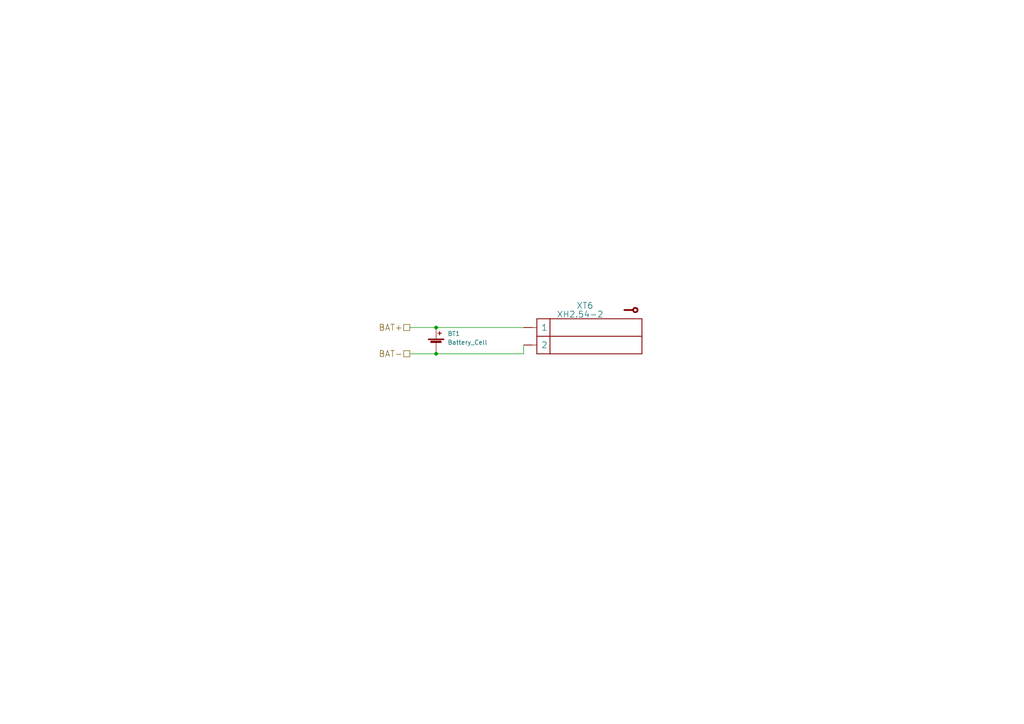
<source format=kicad_sch>
(kicad_sch (version 20211123) (generator eeschema)
  (paper "A4")
  (lib_symbols
    (symbol "Connectors:XT_CONTACT_ARR2" (pin_numbers hide) (pin_names (offset 2.54))
      (property "Reference" "XT" (at -12.7 7.62 0))
      (property "Value" "Connectors_XT_CONTACT_ARR2" (at -12.7 -7.62 0))
      (symbol "XT_CONTACT_ARR2_0_1"
        (polyline (pts (xy -17.78 -2.54) (xy -13.97 -2.54)))
        (polyline (pts (xy -17.78 2.54) (xy -13.97 2.54)))
        (polyline (pts (xy -13.97 -5.08) (xy 16.51 -5.08)) (stroke (width 0.254)))
        (polyline (pts (xy -13.97 0) (xy 16.51 0)) (stroke (width 0.254)))
        (polyline (pts (xy -13.97 5.08) (xy -13.97 -5.08)) (stroke (width 0.254)))
        (polyline (pts (xy -13.97 5.08) (xy 16.51 5.08)) (stroke (width 0.254)))
        (polyline (pts (xy -10.16 5.08) (xy -10.16 -5.08)) (stroke (width 0.254)))
        (polyline (pts (xy 13.97 7.62) (xy 11.43 7.62)) (stroke (width 0.508)))
        (polyline (pts (xy 16.51 5.08) (xy 16.51 -5.08)) (stroke (width 0.254)))
        (circle (center 14.605 7.62) (radius 0.635) (stroke (width 0.508)))
      )
      (symbol "XT_CONTACT_ARR2_1_1"
        (pin passive line (at -17.78 2.54 0) (length 2.54) (name "1") (number "1"))
        (pin passive line (at -17.78 -2.54 0) (length 2.54) (name "2") (number "2"))
      )
    )
    (symbol "Device:Battery_Cell" (pin_numbers hide) (pin_names (offset 0) hide)
      (property "Reference" "BT" (at 2.54 2.54 0))
      (property "Value" "Battery_Cell" (at 2.54 0 0))
      (symbol "Battery_Cell_0_1"
        (rectangle (start -2.286 1.778) (end 2.286 1.524) (fill (type outline)))
        (rectangle (start -1.5748 1.1938) (end 1.4732 0.6858) (fill (type outline)))
        (polyline (pts (xy 0 0.762) (xy 0 0)))
        (polyline (pts (xy 0 1.778) (xy 0 2.54)))
        (polyline (pts (xy 0.508 3.429) (xy 1.524 3.429)) (stroke (width 0.254)))
        (polyline (pts (xy 1.016 3.937) (xy 1.016 2.921)) (stroke (width 0.254)))
      )
      (symbol "Battery_Cell_1_1"
        (pin passive line (at 0 5.08 270) (length 2.54) (name "+") (number "1"))
        (pin passive line (at 0 -2.54 90) (length 2.54) (name "-") (number "2"))
      )
    )
  )
  (junction (at 126.492 102.616))
  (junction (at 126.492 94.996))
  (wire (pts (xy 126.492 102.616) (xy 151.892 102.616)))
  (wire (pts (xy 118.872 102.616) (xy 126.492 102.616)))
  (wire (pts (xy 118.872 94.996) (xy 126.492 94.996)))
  (wire (pts (xy 151.892 102.616) (xy 151.892 100.076)))
  (wire (pts (xy 126.492 94.996) (xy 151.892 94.996)))
  (hierarchical_label "BAT+" (shape passive) (at 118.872 94.996 180) (effects (font (size 1.778 1.778))))
  (hierarchical_label "BAT-" (shape passive) (at 118.872 102.616 180) (effects (font (size 1.778 1.778))))
  (symbol (lib_id "Device:Battery_Cell") (at 126.492 100.076 0) (unit 1)
    (property "Reference" "BT1" (at 129.794 96.7739 0) (effects (justify left)))
    (property "Value" "Battery_Cell" (at 129.794 99.3139 0) (effects (justify left)))
    (property "Footprint" "Battery:BatteryHolder_Keystone_1058_1x2032" (effects hide))
  )
  (symbol (lib_id "Connectors:XT_CONTACT_ARR2") (at 169.672 97.536 0) (unit 1)
    (property "Reference" "XT6" (at 167.132 88.646 0) (effects (font (size 1.778 1.778)) (justify left)))
    (property "Value" "XH2.54-2" (at 161.417 91.186 0) (effects (font (size 1.778 1.778)) (justify left)))
    (property "Footprint" "Connector_JST:JST_XA_B02B-XASK-1_1x02_P2.50mm_Vertical" (effects hide))
  )
)
</source>
